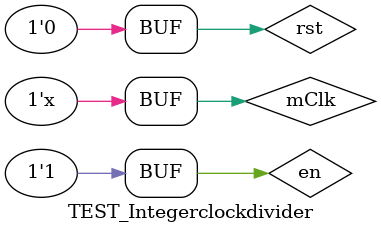
<source format=v>
`timescale 1ns / 1ps


module TEST_Integerclockdivider(

    );
    reg mClk, rst, en;
    wire dClk;
        
        clockDivider #(
            .THRESHOLD(50_000_000)
            ) UUT ( 
            .clk(mClk),
            .reset(rst),
            .enable(en),
            .dividedClk(dClk)
        );
        
        initial begin
            mClk = 1;
            rst = 1;
            en = 0;
        
            #23.45
            rst = 0;
        
            #43.816
            en = 1;
        end
        
        always begin
            #5
            mClk = ~mClk;
        end
endmodule

</source>
